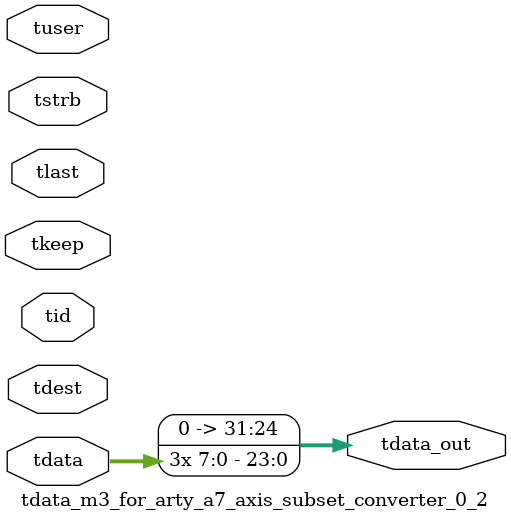
<source format=v>


`timescale 1ps/1ps

module tdata_m3_for_arty_a7_axis_subset_converter_0_2 #
(
parameter C_S_AXIS_TDATA_WIDTH = 32,
parameter C_S_AXIS_TUSER_WIDTH = 0,
parameter C_S_AXIS_TID_WIDTH   = 0,
parameter C_S_AXIS_TDEST_WIDTH = 0,
parameter C_M_AXIS_TDATA_WIDTH = 32
)
(
input  [(C_S_AXIS_TDATA_WIDTH == 0 ? 1 : C_S_AXIS_TDATA_WIDTH)-1:0     ] tdata,
input  [(C_S_AXIS_TUSER_WIDTH == 0 ? 1 : C_S_AXIS_TUSER_WIDTH)-1:0     ] tuser,
input  [(C_S_AXIS_TID_WIDTH   == 0 ? 1 : C_S_AXIS_TID_WIDTH)-1:0       ] tid,
input  [(C_S_AXIS_TDEST_WIDTH == 0 ? 1 : C_S_AXIS_TDEST_WIDTH)-1:0     ] tdest,
input  [(C_S_AXIS_TDATA_WIDTH/8)-1:0 ] tkeep,
input  [(C_S_AXIS_TDATA_WIDTH/8)-1:0 ] tstrb,
input                                                                    tlast,
output [C_M_AXIS_TDATA_WIDTH-1:0] tdata_out
);

assign tdata_out = {tdata[7:0],tdata[7:0],tdata[7:0]};

endmodule


</source>
